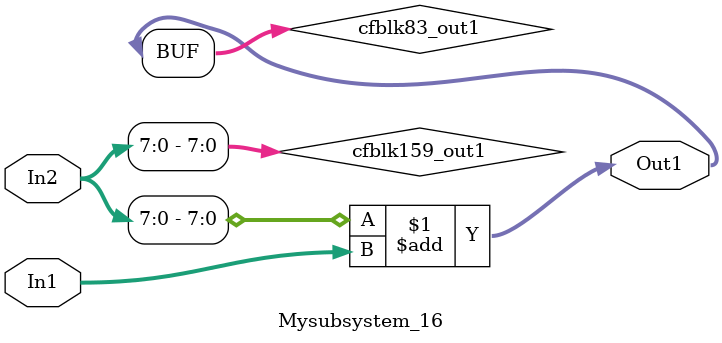
<source format=v>



`timescale 1 ns / 1 ns

module Mysubsystem_16
          (In1,
           In2,
           Out1);


  input   [7:0] In1;  // uint8
  input   [15:0] In2;  // uint16
  output  [7:0] Out1;  // uint8


  wire [7:0] cfblk159_out1;  // uint8
  wire [7:0] cfblk83_out1;  // uint8


  assign cfblk159_out1 = In2[7:0];



  assign cfblk83_out1 = cfblk159_out1 + In1;



  assign Out1 = cfblk83_out1;

endmodule  // Mysubsystem_16


</source>
